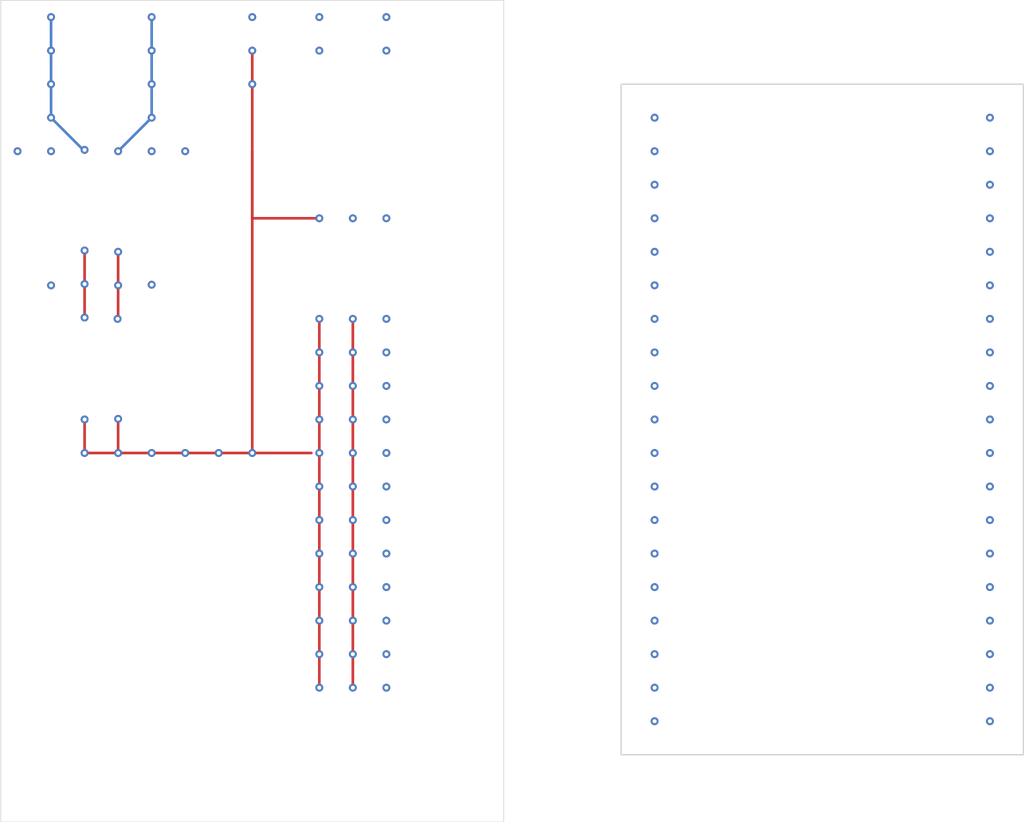
<source format=kicad_pcb>
(kicad_pcb
	(version 20241229)
	(generator "pcbnew")
	(generator_version "9.0")
	(general
		(thickness 1.6)
		(legacy_teardrops no)
	)
	(paper "A4")
	(layers
		(0 "F.Cu" signal)
		(2 "B.Cu" signal)
		(9 "F.Adhes" user "F.Adhesive")
		(11 "B.Adhes" user "B.Adhesive")
		(13 "F.Paste" user)
		(15 "B.Paste" user)
		(5 "F.SilkS" user "F.Silkscreen")
		(7 "B.SilkS" user "B.Silkscreen")
		(1 "F.Mask" user)
		(3 "B.Mask" user)
		(17 "Dwgs.User" user "User.Drawings")
		(19 "Cmts.User" user "User.Comments")
		(21 "Eco1.User" user "User.Eco1")
		(23 "Eco2.User" user "User.Eco2")
		(25 "Edge.Cuts" user)
		(27 "Margin" user)
		(31 "F.CrtYd" user "F.Courtyard")
		(29 "B.CrtYd" user "B.Courtyard")
		(35 "F.Fab" user)
		(33 "B.Fab" user)
		(39 "User.1" user)
		(41 "User.2" user)
		(43 "User.3" user)
		(45 "User.4" user)
	)
	(setup
		(pad_to_mask_clearance 0)
		(allow_soldermask_bridges_in_footprints no)
		(tenting front back)
		(pcbplotparams
			(layerselection 0x00000000_00000000_55555555_5755f5ff)
			(plot_on_all_layers_selection 0x00000000_00000000_00000000_00000000)
			(disableapertmacros no)
			(usegerberextensions no)
			(usegerberattributes yes)
			(usegerberadvancedattributes yes)
			(creategerberjobfile yes)
			(dashed_line_dash_ratio 12.000000)
			(dashed_line_gap_ratio 3.000000)
			(svgprecision 4)
			(plotframeref no)
			(mode 1)
			(useauxorigin no)
			(hpglpennumber 1)
			(hpglpenspeed 20)
			(hpglpendiameter 15.000000)
			(pdf_front_fp_property_popups yes)
			(pdf_back_fp_property_popups yes)
			(pdf_metadata yes)
			(pdf_single_document no)
			(dxfpolygonmode yes)
			(dxfimperialunits yes)
			(dxfusepcbnewfont yes)
			(psnegative no)
			(psa4output no)
			(plot_black_and_white yes)
			(plotinvisibletext no)
			(sketchpadsonfab no)
			(plotpadnumbers no)
			(hidednponfab no)
			(sketchdnponfab yes)
			(crossoutdnponfab yes)
			(subtractmaskfromsilk no)
			(outputformat 1)
			(mirror no)
			(drillshape 1)
			(scaleselection 1)
			(outputdirectory "")
		)
	)
	(net 0 "")
	(gr_line
		(start 127 71.12)
		(end 121.92 71.12)
		(stroke
			(width 0.1)
			(type default)
		)
		(layer "F.Paste")
		(uuid "09df62a3-0ff4-48fa-98ed-1eeb45892820")
	)
	(gr_line
		(start 134.62 71.12)
		(end 132.08 71.12)
		(stroke
			(width 0.1)
			(type default)
		)
		(layer "F.Paste")
		(uuid "2920f617-087c-40a2-be93-8187984297d3")
	)
	(gr_line
		(start 127 63.5)
		(end 127 71.12)
		(stroke
			(width 0.1)
			(type default)
		)
		(layer "F.Paste")
		(uuid "66d897fd-906f-4184-b647-ba86829ef31d")
	)
	(gr_line
		(start 132.08 71.12)
		(end 129.54 71.12)
		(stroke
			(width 0.1)
			(type default)
		)
		(layer "F.Paste")
		(uuid "7beddb0c-efda-4b05-8f2c-32d485622feb")
	)
	(gr_line
		(start 121.92 71.12)
		(end 121.92 63.5)
		(stroke
			(width 0.1)
			(type default)
		)
		(layer "F.Paste")
		(uuid "9443fc67-69ba-4af5-bc39-664704d607bd")
	)
	(gr_line
		(start 134.62 63.5)
		(end 134.62 71.12)
		(stroke
			(width 0.1)
			(type default)
		)
		(layer "F.Paste")
		(uuid "ed49e76c-a1fe-4059-8634-0ff9b59fd274")
	)
	(gr_line
		(start 129.54 71.12)
		(end 129.54 63.5)
		(stroke
			(width 0.1)
			(type default)
		)
		(layer "F.Paste")
		(uuid "fd12b861-9e87-47b1-8272-8688766e1933")
	)
	(gr_line
		(start 158.75 124.46)
		(end 158.75 62.23)
		(stroke
			(width 0.05)
			(type default)
		)
		(layer "Edge.Cuts")
		(uuid "103d388b-338f-4efb-99ff-2183bd681f5c")
	)
	(gr_line
		(start 120.65 62.23)
		(end 120.65 124.46)
		(stroke
			(width 0.05)
			(type default)
		)
		(layer "Edge.Cuts")
		(uuid "18d48939-0472-4d16-bb9c-8d33261deb48")
	)
	(gr_line
		(start 158.75 62.23)
		(end 120.65 62.23)
		(stroke
			(width 0.05)
			(type default)
		)
		(layer "Edge.Cuts")
		(uuid "22da4205-a500-4a58-885c-601dbfdbc919")
	)
	(gr_line
		(start 158.75 124.46)
		(end 120.65 124.46)
		(stroke
			(width 0.05)
			(type default)
		)
		(layer "Edge.Cuts")
		(uuid "2b65e003-9fb2-4f4a-a6f9-8d6adaa33b27")
	)
	(gr_line
		(start 167.64 68.58)
		(end 167.64 119.38)
		(stroke
			(width 0.1)
			(type solid)
		)
		(layer "Edge.Cuts")
		(uuid "3780c304-d65b-44cf-9500-3cb7559a7a84")
	)
	(gr_line
		(start 198.12 119.38)
		(end 198.12 68.58)
		(stroke
			(width 0.1)
			(type solid)
		)
		(layer "Edge.Cuts")
		(uuid "833b697f-0034-4778-8d50-bbcf3a978fd6")
	)
	(gr_line
		(start 167.64 119.38)
		(end 198.12 119.38)
		(stroke
			(width 0.1)
			(type solid)
		)
		(layer "Edge.Cuts")
		(uuid "9058d45a-e280-4d5a-a9fa-d01b45c70f8a")
	)
	(gr_line
		(start 167.64 68.58)
		(end 198.12 68.58)
		(stroke
			(width 0.1)
			(type solid)
		)
		(layer "Edge.Cuts")
		(uuid "b178784e-5e2c-4a73-8775-38951cc12147")
	)
	(gr_text "d"
		(at 147.32 78.74 0)
		(layer "F.Paste")
		(uuid "01141f1f-cbb6-49dc-9602-9c1e085599cf")
		(effects
			(font
				(size 1 1)
				(thickness 0.15)
			)
			(justify left bottom)
		)
	)
	(gr_text "adc1"
		(at 132.08 83.82 0)
		(layer "F.Paste")
		(uuid "032f3be7-4c5b-4e27-8f35-bf029feca922")
		(effects
			(font
				(size 1 1)
				(thickness 0.15)
			)
			(justify left bottom)
		)
	)
	(gr_text "sd0"
		(at 170.18 73.66 0)
		(layer "F.Paste")
		(uuid "09cac4e6-d602-4b54-831b-e276149af046")
		(effects
			(font
				(size 1 1)
				(thickness 0.15)
			)
			(justify left bottom)
		)
	)
	(gr_text "g0"
		(at 170.18 83.82 0)
		(layer "F.Paste")
		(uuid "0f0dd988-3022-4594-b23d-0754e4c0e891")
		(effects
			(font
				(size 1 1)
				(thickness 0.15)
			)
			(justify left bottom)
		)
	)
	(gr_text "s"
		(at 144.78 78.74 0)
		(layer "F.Paste")
		(uuid "118704b0-f3a3-4a6f-b06d-53ca3c151cb3")
		(effects
			(font
				(size 1 1)
				(thickness 0.15)
			)
			(justify left bottom)
		)
	)
	(gr_text "g"
		(at 149.86 78.74 0)
		(layer "F.Paste")
		(uuid "125a8dd7-e377-4418-bde8-3d0a1ffd66ec")
		(effects
			(font
				(size 1 1)
				(thickness 0.15)
			)
			(justify left bottom)
		)
	)
	(gr_text "4v"
		(at 144.78 63.5 0)
		(layer "F.Paste")
		(uuid "1276263a-1af7-43a8-874b-5e830c38f546")
		(effects
			(font
				(size 1 1)
				(thickness 0.15)
			)
			(justify left top)
		)
	)
	(gr_text "g26"
		(at 195.58 93.98 0)
		(layer "F.Paste")
		(uuid "16538076-5348-433e-a000-91346621c8d1")
		(effects
			(font
				(size 1 1)
				(thickness 0.15)
			)
			(justify right bottom)
		)
	)
	(gr_text "g23"
		(at 170.18 114.3 0)
		(layer "F.Paste")
		(uuid "22b49632-2479-4b70-befc-b4f2df12fea2")
		(effects
			(font
				(size 1 1)
				(thickness 0.15)
			)
			(justify left bottom)
		)
	)
	(gr_text "gnd"
		(at 195.58 83.82 0)
		(layer "F.Paste")
		(uuid "24c21045-7fb0-4fa3-9acf-974315747d83")
		(effects
			(font
				(size 1 1)
				(thickness 0.15)
			)
			(justify right bottom)
		)
	)
	(gr_text "sp"
		(at 195.58 111.76 0)
		(layer "F.Paste")
		(uuid "3674f48b-212d-4f1d-ab7f-dd50bce0e2d8")
		(effects
			(font
				(size 1 1)
				(thickness 0.15)
			)
			(justify right bottom)
		)
	)
	(gr_text "clk"
		(at 170.18 71.12 0)
		(layer "F.Paste")
		(uuid "3b64328c-bbb2-4893-ae4a-fa61d2e9ccd7")
		(effects
			(font
				(size 1 1)
				(thickness 0.15)
			)
			(justify left bottom)
		)
	)
	(gr_text "bulk+"
		(at 132.08 73.66 270)
		(layer "F.Paste")
		(uuid "3e004996-ae3c-44f6-818c-b3bc94ad7d19")
		(effects
			(font
				(size 1 1)
				(thickness 0.15)
			)
			(justify left bottom)
		)
	)
	(gr_text "gnd"
		(at 170.18 116.84 0)
		(layer "F.Paste")
		(uuid "407d4953-866f-4c33-b13c-5733a8b286c6")
		(effects
			(font
				(size 1 1)
				(thickness 0.15)
			)
			(justify left bottom)
		)
	)
	(gr_text "50k"
		(at 129.54 76.10036 270)
		(layer "F.Paste")
		(uuid "5094ae3f-fb55-4d13-bc64-53a19ff3a56b")
		(effects
			(font
				(size 1 1)
				(thickness 0.15)
			)
			(justify left)
		)
	)
	(gr_text "tx"
		(at 170.18 109.22 0)
		(layer "F.Paste")
		(uuid "510900c2-8863-445b-a961-da8af6af653e")
		(effects
			(font
				(size 1 1)
				(thickness 0.15)
			)
			(justify left bottom)
		)
	)
	(gr_text "g18"
		(at 170.18 96.52 0)
		(layer "F.Paste")
		(uuid "5145faa9-2cb0-4ffd-a53c-4b98e61df864")
		(effects
			(font
				(size 1 1)
				(thickness 0.15)
			)
			(justify left bottom)
		)
	)
	(gr_text "100k"
		(at 127 76.2 270)
		(layer "F.Paste")
		(uuid "56726214-ed58-40eb-a9c3-a1415fd2524d")
		(effects
			(font
				(size 1 1)
				(thickness 0.15)
			)
			(justify left)
		)
	)
	(gr_text "g34"
		(at 195.58 106.68 0)
		(layer "F.Paste")
		(uuid "57441217-b764-4f18-9fac-c611b3ebc55f")
		(effects
			(font
				(size 1 1)
				(thickness 0.15)
			)
			(justify right bottom)
		)
	)
	(gr_text "g15"
		(at 170.18 78.74 0)
		(layer "F.Paste")
		(uuid "58836943-701c-4992-b5fa-3641d6a137e2")
		(effects
			(font
				(size 1 1)
				(thickness 0.15)
			)
			(justify left bottom)
		)
	)
	(gr_text "g16"
		(at 170.18 88.9 0)
		(layer "F.Paste")
		(uuid "5abcb7d3-d9c0-4c01-abff-672b4fd90358")
		(effects
			(font
				(size 1 1)
				(thickness 0.15)
			)
			(justify left bottom)
		)
	)
	(gr_text "g27"
		(at 195.58 91.44 0)
		(layer "F.Paste")
		(uuid "5e5abbe5-f4ea-4ba8-89bc-66b2a9ab3420")
		(effects
			(font
				(size 1 1)
				(thickness 0.15)
			)
			(justify right bottom)
		)
	)
	(gr_text "g17"
		(at 170.18 91.44 0)
		(layer "F.Paste")
		(uuid "642e653b-77ce-455e-860b-0334a7ffa8e6")
		(effects
			(font
				(size 1 1)
				(thickness 0.15)
			)
			(justify left bottom)
		)
	)
	(gr_text "5v"
		(at 195.58 71.12 0)
		(layer "F.Paste")
		(uuid "64d2b0e9-ce94-4b6e-9eea-95754eae80f1")
		(effects
			(font
				(size 1 1)
				(thickness 0.15)
			)
			(justify right bottom)
		)
	)
	(gr_text "g2"
		(at 170.18 81.28 0)
		(layer "F.Paste")
		(uuid "67d9297e-2085-4839-9b81-dd8f9673d408")
		(effects
			(font
				(size 1 1)
				(thickness 0.15)
			)
			(justify left bottom)
		)
	)
	(gr_text "sn"
		(at 195.58 109.22 0)
		(layer "F.Paste")
		(uuid "68efbc62-90bd-4da5-adc7-2131cc4d4ca8")
		(effects
			(font
				(size 1 1)
				(thickness 0.15)
			)
			(justify right bottom)
		)
	)
	(gr_text "g5"
		(at 170.18 93.98 0)
		(layer "F.Paste")
		(uuid "6a7d1898-e81c-4a14-ad7d-cf117b0912f7")
		(effects
			(font
				(size 1 1)
				(thickness 0.15)
			)
			(justify left bottom)
		)
	)
	(gr_text "g13"
		(at 195.58 81.28 0)
		(layer "F.Paste")
		(uuid "6cd5e711-5b44-4fe6-ab76-c864c4aaadba")
		(effects
			(font
				(size 1 1)
				(thickness 0.15)
			)
			(justify right bottom)
		)
	)
	(gr_text "sd1"
		(at 170.18 76.2 0)
		(layer "F.Paste")
		(uuid "7065a13e-6194-40a0-9932-4832d43fd5e6")
		(effects
			(font
				(size 1 1)
				(thickness 0.15)
			)
			(justify left bottom)
		)
	)
	(gr_text "g4"
		(at 170.18 86.36 0)
		(layer "F.Paste")
		(uuid "7b4d53dd-d7f2-44db-a17b-7de9d7ce1ada")
		(effects
			(font
				(size 1 1)
				(thickness 0.15)
			)
			(justify left bottom)
		)
	)
	(gr_text "g35"
		(at 195.58 104.14 0)
		(layer "F.Paste")
		(uuid "7d6c9e88-c305-433b-b33a-fa31a4c5af30")
		(effects
			(font
				(size 1 1)
				(thickness 0.15)
			)
			(justify right bottom)
		)
	)
	(gr_text "GOOUUU-ESP32"
		(at 182.88 93.98 0)
		(layer "F.Paste")
		(uuid "894f9e1c-4b1a-4a69-b836-14b9d26ae642")
		(effects
			(font
				(size 1 1)
				(thickness 0.15)
			)
		)
	)
	(gr_text "8v"
		(at 149.86 63.5 0)
		(layer "F.Paste")
		(uuid "89528ff7-7a78-4898-a582-66ab82990040")
		(effects
			(font
				(size 1 1)
				(thickness 0.15)
			)
			(justify left top)
		)
	)
	(gr_text "0v"
		(at 139.7 63.5 0)
		(layer "F.Paste")
		(uuid "8ebd56ab-6e18-4918-afd6-682e5de45701")
		(effects
			(font
				(size 1 1)
				(thickness 0.15)
			)
			(justify left top)
		)
	)
	(gr_text "cmd"
		(at 195.58 73.66 0)
		(layer "F.Paste")
		(uuid "910fecae-e4eb-47c8-a09f-d2143ff769e1")
		(effects
			(font
				(size 1 1)
				(thickness 0.15)
			)
			(justify right bottom)
		)
	)
	(gr_text "g33"
		(at 195.58 99.06 0)
		(layer "F.Paste")
		(uuid "9a1c5a81-31fc-449a-a218-53cfa88da1bd")
		(effects
			(font
				(size 1 1)
				(thickness 0.15)
			)
			(justify right bottom)
		)
	)
	(gr_text "g19"
		(at 170.18 99.06 0)
		(layer "F.Paste")
		(uuid "9ee6ff21-ba89-464d-bc48-ee0074d93209")
		(effects
			(font
				(size 1 1)
				(thickness 0.15)
			)
			(justify left bottom)
		)
	)
	(gr_text "100k"
		(at 129.54 88.80036 270)
		(layer "F.Paste")
		(uuid "9ef5f779-1862-47b3-90e5-73e8a897efe6")
		(effects
			(font
				(size 1 1)
				(thickness 0.15)
			)
			(justify left)
		)
	)
	(gr_text "adc2"
		(at 124.46 83.82 0)
		(layer "F.Paste")
		(uuid "a44ee187-1f74-4fe9-b3f8-1e6c9da9c61f")
		(effects
			(font
				(size 1 1)
				(thickness 0.15)
			)
			(justify right bottom)
		)
	)
	(gr_text "4v"
		(at 132.08 63.5 0)
		(layer "F.Paste")
		(uuid "b4f9cc66-c785-4e27-94c7-5099addccf93")
		(effects
			(font
				(size 1 1)
				(thickness 0.15)
			)
			(justify left top)
		)
	)
	(gr_text "3v3"
		(at 195.58 116.84 0)
		(layer "F.Paste")
		(uuid "b76a7924-a634-490c-bac9-5f8d8ca93d5b")
		(effects
			(font
				(size 1 1)
				(thickness 0.15)
			)
			(justify right bottom)
		)
	)
	(gr_text "gnd"
		(at 127 96.52 270)
		(layer "F.Paste")
		(uuid "bb46d4c1-cd34-4614-bac1-9832d0083af4")
		(effects
			(font
				(size 1 1)
				(thickness 0.15)
			)
			(justify left bottom)
		)
	)
	(gr_text "50k"
		(at 127 88.9 270)
		(layer "F.Paste")
		(uuid "bbe26c33-3996-4308-b726-a66197e58644")
		(effects
			(font
				(size 1 1)
				(thickness 0.15)
			)
			(justify left)
		)
	)
	(gr_text "g14"
		(at 195.58 88.9 0)
		(layer "F.Paste")
		(uuid "c068186f-8bd4-41be-b794-1c74d4b2d559")
		(effects
			(font
				(size 1 1)
				(thickness 0.15)
			)
			(justify right bottom)
		)
	)
	(gr_text "gnd"
		(at 170.18 101.6 0)
		(layer "F.Paste")
		(uuid "c0cb2721-d394-4c04-9afc-d47494591b77")
		(effects
			(font
				(size 1 1)
				(thickness 0.15)
			)
			(justify left bottom)
		)
	)
	(gr_text "g12"
		(at 195.58 86.36 0)
		(layer "F.Paste")
		(uuid "c32aa687-debd-407f-b048-c6d1540a5c16")
		(effects
			(font
				(size 1 1)
				(thickness 0.15)
			)
			(justify right bottom)
		)
	)
	(gr_text "g21"
		(at 170.18 104.14 0)
		(layer "F.Paste")
		(uuid "c346eaa5-aeb8-46b8-b968-b4bbe8976242")
		(effects
			(font
				(size 1 1)
				(thickness 0.15)
			)
			(justify left bottom)
		)
	)
	(gr_text "8v"
		(at 124.46 63.5 0)
		(layer "F.Paste")
		(uuid "c980708f-cbf4-49e3-b1bc-47d8c05f8270")
		(effects
			(font
				(size 1 1)
				(thickness 0.15)
			)
			(justify left top)
		)
	)
	(gr_text "sd3"
		(at 195.58 76.2 0)
		(layer "F.Paste")
		(uuid "ce0c5022-3b22-457d-a792-e1eb8fd15307")
		(effects
			(font
				(size 1 1)
				(thickness 0.15)
			)
			(justify right bottom)
		)
	)
	(gr_text "bulk-"
		(at 124.46 73.66 270)
		(layer "F.Paste")
		(uuid "d3e65eda-508b-4ced-be7f-a384fd115306")
		(effects
			(font
				(size 1 1)
				(thickness 0.15)
			)
			(justify left bottom)
		)
	)
	(gr_text "sd2"
		(at 195.58 78.74 0)
		(layer "F.Paste")
		(uuid "d8ea43b2-90c8-4a02-b480-05b8e6f2e464")
		(effects
			(font
				(size 1 1)
				(thickness 0.15)
			)
			(justify right bottom)
		)
	)
	(gr_text "g32"
		(at 195.58 101.6 0)
		(layer "F.Paste")
		(uuid "e5f71d29-a3fc-4b34-ab31-fbbb4aa14329")
		(effects
			(font
				(size 1 1)
				(thickness 0.15)
			)
			(justify right bottom)
		)
	)
	(gr_text "g22"
		(at 170.18 111.76 0)
		(layer "F.Paste")
		(uuid "e8ff7c07-53d2-4333-9174-040ed47b1283")
		(effects
			(font
				(size 1 1)
				(thickness 0.15)
			)
			(justify left bottom)
		)
	)
	(gr_text "en"
		(at 195.58 114.3 0)
		(layer "F.Paste")
		(uuid "ec0e50df-8a82-40ca-879c-3c7a7a1d9c3b")
		(effects
			(font
				(size 1 1)
				(thickness 0.15)
			)
			(justify right bottom)
		)
	)
	(gr_text "g25"
		(at 195.58 96.52 0)
		(layer "F.Paste")
		(uuid "fb94649e-9714-48fc-818d-e7dd7d5e3cfd")
		(effects
			(font
				(size 1 1)
				(thickness 0.15)
			)
			(justify right bottom)
		)
	)
	(gr_text "rx"
		(at 170.18 106.68 0)
		(layer "F.Paste")
		(uuid "fedbe36f-bf9a-446c-bdc1-76790d568aea")
		(effects
			(font
				(size 1 1)
				(thickness 0.15)
			)
			(justify left bottom)
		)
	)
	(segment
		(start 127 96.52)
		(end 129.54 96.52)
		(width 0.2)
		(layer "F.Cu")
		(net 0)
		(uuid "0adecf3b-0f19-4619-a1fa-40f5f7c41b31")
	)
	(segment
		(start 139.7 96.52)
		(end 132.08 96.52)
		(width 0.2)
		(layer "F.Cu")
		(net 0)
		(uuid "1223cabd-ae7a-46f8-a93b-36a20d5a3a63")
	)
	(segment
		(start 129.54 81.28)
		(end 129.54 86.318186)
		(width 0.2)
		(layer "F.Cu")
		(net 0)
		(uuid "1fd52ab8-cc27-492c-8695-84964ff5cd53")
	)
	(segment
		(start 139.7 96.52)
		(end 139.7 73.66)
		(width 0.2)
		(layer "F.Cu")
		(net 0)
		(uuid "2323439a-1931-4e02-a5a3-c0a655e186e5")
	)
	(segment
		(start 139.7 96.52)
		(end 144.179 96.52)
		(width 0.2)
		(layer "F.Cu")
		(net 0)
		(uuid "2525a557-15bf-47cf-af26-f15996d9b5f2")
	)
	(segment
		(start 129.54 96.52)
		(end 132.08 96.52)
		(width 0.2)
		(layer "F.Cu")
		(net 0)
		(uuid "3fe4c8e2-ed33-4804-ad9e-3c36996a7e69")
	)
	(segment
		(start 144.78 96.52)
		(end 144.58 96.52)
		(width 0.2)
		(layer "F.Cu")
		(net 0)
		(uuid "6ce239e8-42db-4ffd-b632-1185b4c141ab")
	)
	(segment
		(start 129.54 86.318186)
		(end 129.498186 86.36)
		(width 0.2)
		(layer "F.Cu")
		(net 0)
		(uuid "6d81ef17-de78-4dd6-8251-3511677cb55c")
	)
	(segment
		(start 129.54 93.936213)
		(end 129.54 96.52)
		(width 0.2)
		(layer "F.Cu")
		(net 0)
		(uuid "72dce3ce-daa8-4191-9035-422d0e9818f4")
	)
	(segment
		(start 139.7 73.66)
		(end 139.7 66.04)
		(width 0.2)
		(layer "F.Cu")
		(net 0)
		(uuid "94eda5d1-7bf8-4157-954e-843d7abd9b49")
	)
	(segment
		(start 144.78 86.36)
		(end 144.78 114.3)
		(width 0.2)
		(layer "F.Cu")
		(net 0)
		(uuid "9c0d5683-2aaf-4e28-9172-9acc3b387d32")
	)
	(segment
		(start 139.7 78.74)
		(end 139.7 73.66)
		(width 0.2)
		(layer "F.Cu")
		(net 0)
		(uuid "9f85b3da-3873-48f7-9d15-4a2c4f5c82b6")
	)
	(segment
		(start 144.78 78.74)
		(end 139.7 78.74)
		(width 0.2)
		(layer "F.Cu")
		(net 0)
		(uuid "a984af01-ac89-40eb-9f3c-2c281c2d7e2f")
	)
	(segment
		(start 127 93.98)
		(end 127 96.52)
		(width 0.2)
		(layer "F.Cu")
		(net 0)
		(uuid "b3bf6799-a549-4b63-a85c-7207548a1747")
	)
	(segment
		(start 127 86.26036)
		(end 127 81.18036)
		(width 0.2)
		(layer "F.Cu")
		(net 0)
		(uuid "cf19f56f-79ce-434e-a8a8-5522b122f4c4")
	)
	(segment
		(start 147.32 86.36)
		(end 147.32 114.3)
		(width 0.2)
		(layer "F.Cu")
		(net 0)
		(uuid "e56004ac-f683-433e-a6ac-f01888e9ec1c")
	)
	(via
		(at 134.62 73.66)
		(size 0.6)
		(drill 0.3)
		(layers "F.Cu" "B.Cu")
		(net 0)
		(uuid "02243090-513f-42a5-aaec-a8756f5b863e")
	)
	(via
		(at 170.18 114.3)
		(size 0.6)
		(drill 0.3)
		(layers "F.Cu" "B.Cu")
		(net 0)
		(uuid "0312fe5e-9d99-469c-acef-2f54e91102db")
	)
	(via
		(at 170.18 78.74)
		(size 0.6)
		(drill 0.3)
		(layers "F.Cu" "B.Cu")
		(net 0)
		(uuid "057c9c12-2d7f-42f0-bbb6-d4237742af87")
	)
	(via
		(at 195.58 91.44)
		(size 0.6)
		(drill 0.3)
		(layers "F.Cu" "B.Cu")
		(net 0)
		(uuid "06487121-6d1b-4100-95b5-8cb5ac6c006e")
	)
	(via
		(at 147.32 96.52)
		(size 0.6)
		(drill 0.3)
		(layers "F.Cu" "B.Cu")
		(net 0)
		(uuid "0707ae40-9591-421c-86f6-c816020bc138")
	)
	(via
		(at 127 73.56036)
		(size 0.6)
		(drill 0.3)
		(layers "F.Cu" "B.Cu")
		(net 0)
		(uuid "0714ec59-5fa6-44f5-bc73-4a7012d79ae0")
	)
	(via
		(at 195.58 93.98)
		(size 0.6)
		(drill 0.3)
		(layers "F.Cu" "B.Cu")
		(net 0)
		(uuid "0a4a00ab-f2a2-41dd-a734-dce47a45e245")
	)
	(via
		(at 129.498186 86.36)
		(size 0.6)
		(drill 0.3)
		(layers "F.Cu" "B.Cu")
		(net 0)
		(uuid "0b817134-8487-48fe-9249-fc212d293968")
	)
	(via
		(at 139.7 96.52)
		(size 0.6)
		(drill 0.3)
		(layers "F.Cu" "B.Cu")
		(net 0)
		(uuid "0d9d511c-e55e-4b88-8435-bf608fe90826")
	)
	(via
		(at 195.58 101.6)
		(size 0.6)
		(drill 0.3)
		(layers "F.Cu" "B.Cu")
		(net 0)
		(uuid "1451a882-0cd4-4912-9614-6c2f898d2c6e")
	)
	(via
		(at 147.32 78.74)
		(size 0.6)
		(drill 0.3)
		(layers "F.Cu" "B.Cu")
		(net 0)
		(uuid "14c4a1e5-26f8-492c-aac5-e82655a2b033")
	)
	(via
		(at 149.86 101.6)
		(size 0.6)
		(drill 0.3)
		(layers "F.Cu" "B.Cu")
		(net 0)
		(uuid "179ab69e-4e99-4213-a3a1-1b2961652a02")
	)
	(via
		(at 195.58 86.36)
		(size 0.6)
		(drill 0.3)
		(layers "F.Cu" "B.Cu")
		(net 0)
		(uuid "1801befd-3846-4bd9-a247-c44915ac3690")
	)
	(via
		(at 170.18 109.22)
		(size 0.6)
		(drill 0.3)
		(layers "F.Cu" "B.Cu")
		(net 0)
		(uuid "197f883f-849c-4bf8-ad4b-866245ec7b26")
	)
	(via
		(at 147.32 114.3)
		(size 0.6)
		(drill 0.3)
		(layers "F.Cu" "B.Cu")
		(net 0)
		(uuid "1f93b1bd-71fc-43f5-b3c1-5698b6e003c0")
	)
	(via
		(at 124.46 66.04)
		(size 0.6)
		(drill 0.3)
		(layers "F.Cu" "B.Cu")
		(net 0)
		(uuid "2450128c-1f00-4deb-bc2c-ccf17809c4e6")
	)
	(via
		(at 149.86 96.52)
		(size 0.6)
		(drill 0.3)
		(layers "F.Cu" "B.Cu")
		(net 0)
		(uuid "247b1a8b-2253-4de3-a7f3-4837b693d483")
	)
	(via
		(at 144.78 78.74)
		(size 0.6)
		(drill 0.3)
		(layers "F.Cu" "B.Cu")
		(net 0)
		(uuid "273817ce-ea15-466f-b271-f162de307bb1")
	)
	(via
		(at 195.58 76.2)
		(size 0.6)
		(drill 0.3)
		(layers "F.Cu" "B.Cu")
		(net 0)
		(uuid "274213c5-125f-440b-a790-b06eb8bfe7e6")
	)
	(via
		(at 144.78 101.6)
		(size 0.6)
		(drill 0.3)
		(layers "F.Cu" "B.Cu")
		(net 0)
		(uuid "28d28455-eeb5-455f-973d-b33f65866235")
	)
	(via
		(at 124.46 83.82)
		(size 0.6)
		(drill 0.3)
		(layers "F.Cu" "B.Cu")
		(net 0)
		(uuid "31deee1d-ffb0-40ea-9889-49ee9236200a")
	)
	(via
		(at 149.86 93.98)
		(size 0.6)
		(drill 0.3)
		(layers "F.Cu" "B.Cu")
		(net 0)
		(uuid "328e88be-c8a0-4a5b-904f-d723b24200c1")
	)
	(via
		(at 170.18 96.52)
		(size 0.6)
		(drill 0.3)
		(layers "F.Cu" "B.Cu")
		(net 0)
		(uuid "35dbeeab-d06b-497c-993e-90439e3d16d7")
	)
	(via
		(at 170.18 101.6)
		(size 0.6)
		(drill 0.3)
		(layers "F.Cu" "B.Cu")
		(net 0)
		(uuid "36c71f7b-4287-41ae-86e2-3190cc327966")
	)
	(via
		(at 149.86 109.22)
		(size 0.6)
		(drill 0.3)
		(layers "F.Cu" "B.Cu")
		(net 0)
		(uuid "397c646d-0c42-41cf-96f1-c03bd1263b61")
	)
	(via
		(at 132.08 96.52)
		(size 0.6)
		(drill 0.3)
		(layers "F.Cu" "B.Cu")
		(net 0)
		(uuid "39998085-be03-49de-9233-7349c0bf1612")
	)
	(via
		(at 195.58 114.3)
		(size 0.6)
		(drill 0.3)
		(layers "F.Cu" "B.Cu")
		(net 0)
		(uuid "3aa7b4c2-93a5-456c-96de-a8353f4f3676")
	)
	(via
		(at 195.58 99.06)
		(size 0.6)
		(drill 0.3)
		(layers "F.Cu" "B.Cu")
		(net 0)
		(uuid "3ab5d6b7-2fee-4d5c-9a37-983eeed03b1e")
	)
	(via
		(at 124.46 63.5)
		(size 0.6)
		(drill 0.3)
		(layers "F.Cu" "B.Cu")
		(net 0)
		(uuid "3c664526-37c3-4cd2-b392-8b207985838b")
	)
	(via
		(at 149.86 66.04)
		(size 0.6)
		(drill 0.3)
		(layers "F.Cu" "B.Cu")
		(net 0)
		(uuid "3ffa4a96-04bc-403b-a694-b822493201f2")
	)
	(via
		(at 129.54 83.82)
		(size 0.6)
		(drill 0.3)
		(layers "F.Cu" "B.Cu")
		(net 0)
		(uuid "40761718-df0d-410e-a4fa-95ce6e375c99")
	)
	(via
		(at 121.92 73.66)
		(size 0.6)
		(drill 0.3)
		(layers "F.Cu" "B.Cu")
		(net 0)
		(uuid "42a6e9e7-e4c3-4276-ad90-bf2261746e58")
	)
	(via
		(at 147.32 111.76)
		(size 0.6)
		(drill 0.3)
		(layers "F.Cu" "B.Cu")
		(net 0)
		(uuid "430d59c9-cd09-47f7-a17a-85b6ecdd09dd")
	)
	(via
		(at 132.08 73.66)
		(size 0.6)
		(drill 0.3)
		(layers "F.Cu" "B.Cu")
		(net 0)
		(uuid "45927048-abff-4f98-be90-b0bd0f109a7c")
	)
	(via
		(at 170.18 104.14)
		(size 0.6)
		(drill 0.3)
		(layers "F.Cu" "B.Cu")
		(net 0)
		(uuid "45ab7e11-ed9a-4434-a0f7-77bed190b2fb")
	)
	(via
		(at 144.78 63.5)
		(size 0.6)
		(drill 0.3)
		(layers "F.Cu" "B.Cu")
		(net 0)
		(uuid "482fda32-d127-4f93-a5a6-9ed025658e8c")
	)
	(via
		(at 127 81.18036)
		(size 0.6)
		(drill 0.3)
		(layers "F.Cu" "B.Cu")
		(net 0)
		(uuid "486063e3-b66e-46ba-88bd-a5949b159e76")
	)
	(via
		(at 147.32 106.68)
		(size 0.6)
		(drill 0.3)
		(layers "F.Cu" "B.Cu")
		(net 0)
		(uuid "4976569b-3f2d-426e-a0e9-0a313b86c5d9")
	)
	(via
		(at 170.18 83.82)
		(size 0.6)
		(drill 0.3)
		(layers "F.Cu" "B.Cu")
		(net 0)
		(uuid "4b5c4813-ccde-409f-b93a-740982f04f6c")
	)
	(via
		(at 195.58 104.14)
		(size 0.6)
		(drill 0.3)
		(layers "F.Cu" "B.Cu")
		(net 0)
		(uuid "4e59dd50-8ce1-4a48-a692-358555c0bf87")
	)
	(via
		(at 147.32 101.6)
		(size 0.6)
		(drill 0.3)
		(layers "F.Cu" "B.Cu")
		(net 0)
		(uuid "50ef46c4-52e6-40f3-8337-b74c1d444f78")
	)
	(via
		(at 134.62 96.52)
		(size 0.6)
		(drill 0.3)
		(layers "F.Cu" "B.Cu")
		(net 0)
		(uuid "520579db-9bb6-4c7b-a2ba-cf117c6cdf10")
	)
	(via
		(at 124.46 68.58)
		(size 0.6)
		(drill 0.3)
		(layers "F.Cu" "B.Cu")
		(net 0)
		(uuid "522e9ae1-0bb4-4cf5-97ab-19727c5af698")
	)
	(via
		(at 144.78 104.14)
		(size 0.6)
		(drill 0.3)
		(layers "F.Cu" "B.Cu")
		(net 0)
		(uuid "54b03cd0-a0f7-412d-a5a4-1aef3713d75b")
	)
	(via
		(at 195.58 109.22)
		(size 0.6)
		(drill 0.3)
		(layers "F.Cu" "B.Cu")
		(net 0)
		(uuid "54f087e1-7599-4c2e-97ce-c95845f64bcc")
	)
	(via
		(at 195.58 83.82)
		(size 0.6)
		(drill 0.3)
		(layers "F.Cu" "B.Cu")
		(net 0)
		(uuid "57253708-6d37-483f-8639-07b36e79d251")
	)
	(via
		(at 170.18 76.2)
		(size 0.6)
		(drill 0.3)
		(layers "F.Cu" "B.Cu")
		(net 0)
		(uuid "596da0e7-e413-4517-b961-02be71d93fb6")
	)
	(via
		(at 147.32 88.9)
		(size 0.6)
		(drill 0.3)
		(layers "F.Cu" "B.Cu")
		(net 0)
		(uuid "5b2f4a86-55d2-4956-820f-7f73ab42d6d3")
	)
	(via
		(at 144.78 114.3)
		(size 0.6)
		(drill 0.3)
		(layers "F.Cu" "B.Cu")
		(net 0)
		(uuid "5c2b56ca-a84c-46c6-b395-69ac9f565961")
	)
	(via
		(at 147.32 99.06)
		(size 0.6)
		(drill 0.3)
		(layers "F.Cu" "B.Cu")
		(net 0)
		(uuid "5f19a9ac-8357-4adc-bc26-fdcae11e56b9")
	)
	(via
		(at 144.78 99.06)
		(size 0.6)
		(drill 0.3)
		(layers "F.Cu" "B.Cu")
		(net 0)
		(uuid "5f3310de-bb6a-428d-927c-e23c4eedf7df")
	)
	(via
		(at 195.58 88.9)
		(size 0.6)
		(drill 0.3)
		(layers "F.Cu" "B.Cu")
		(net 0)
		(uuid "625faca0-4f3e-4dc7-b28c-2ec86f1fdfd4")
	)
	(via
		(at 132.08 83.772154)
		(size 0.6)
		(drill 0.3)
		(layers "F.Cu" "B.Cu")
		(net 0)
		(uuid "64646f85-4091-4041-b6bb-affebf5b35d9")
	)
	(via
		(at 129.54 96.52)
		(size 0.6)
		(drill 0.3)
		(layers "F.Cu" "B.Cu")
		(net 0)
		(uuid "69153f23-d7a8-41ac-a859-83cbfe6d4257")
	)
	(via
		(at 149.86 111.76)
		(size 0.6)
		(drill 0.3)
		(layers "F.Cu" "B.Cu")
		(net 0)
		(uuid "6dc2b9ac-6bc3-4b12-929e-0501020e7fd9")
	)
	(via
		(at 144.78 86.36)
		(size 0.6)
		(drill 0.3)
		(layers "F.Cu" "B.Cu")
		(net 0)
		(uuid "6e4f12d9-6114-4170-a4bd-c14b3308ad4a")
	)
	(via
		(at 170.18 111.76)
		(size 0.6)
		(drill 0.3)
		(layers "F.Cu" "B.Cu")
		(net 0)
		(uuid "6e9fdf26-6309-48b7-a05a-28f4b046e32b")
	)
	(via
		(at 170.18 116.84)
		(size 0.6)
		(drill 0.3)
		(layers "F.Cu" "B.Cu")
		(net 0)
		(uuid "6efa3da7-8fb8-4a3d-8e9a-bd6d95f4c5ab")
	)
	(via
		(at 127 86.26036)
		(size 0.6)
		(drill 0.3)
		(layers "F.Cu" "B.Cu")
		(net 0)
		(uuid "6f1c14ba-c34b-496a-8609-db6839453867")
	)
	(via
		(at 195.58 73.66)
		(size 0.6)
		(drill 0.3)
		(layers "F.Cu" "B.Cu")
		(net 0)
		(uuid "6fe27582-dbbe-41cb-be5d-426bf721cbef")
	)
	(via
		(at 139.7 66.04)
		(size 0.6)
		(drill 0.3)
		(layers "F.Cu" "B.Cu")
		(net 0)
		(uuid "7061772c-c6de-4fef-be47-56ebc1ed8ccb")
	)
	(via
		(at 139.7 68.58)
		(size 0.6)
		(drill 0.3)
		(layers "F.Cu" "B.Cu")
		(net 0)
		(uuid "71c71612-abdd-4df2-b151-9bca434704e5")
	)
	(via
		(at 129.54 93.936213)
		(size 0.6)
		(drill 0.3)
		(layers "F.Cu" "B.Cu")
		(net 0)
		(uuid "72d6bd0c-d2b4-4c18-84b4-20fb22c156ba")
	)
	(via
		(at 149.86 91.44)
		(size 0.6)
		(drill 0.3)
		(layers "F.Cu" "B.Cu")
		(net 0)
		(uuid "739d1479-e96c-4b21-a8a8-153e45983f5a")
	)
	(via
		(at 137.16 96.52)
		(size 0.6)
		(drill 0.3)
		(layers "F.Cu" "B.Cu")
		(net 0)
		(uuid "7b1f1a66-01b3-4620-8444-9ca66797c3a6")
	)
	(via
		(at 144.78 96.52)
		(size 0.6)
		(drill 0.3)
		(layers "F.Cu" "B.Cu")
		(net 0)
		(uuid "7f7c06c5-9c89-4668-acd3-7811931081ab")
	)
	(via
		(at 149.86 114.3)
		(size 0.6)
		(drill 0.3)
		(layers "F.Cu" "B.Cu")
		(net 0)
		(uuid "82c5ed41-5000-47d7-8988-7a1971c482bb")
	)
	(via
		(at 129.54 81.28)
		(size 0.6)
		(drill 0.3)
		(layers "F.Cu" "B.Cu")
		(net 0)
		(uuid "834a33cf-3e3c-4575-9c2f-32383b8485c8")
	)
	(via
		(at 124.46 73.66)
		(size 0.6)
		(drill 0.3)
		(layers "F.Cu" "B.Cu")
		(net 0)
		(uuid "83ecfcb8-5fdc-4472-8616-cc5c74800290")
	)
	(via
		(at 147.32 86.36)
		(size 0.6)
		(drill 0.3)
		(layers "F.Cu" "B.Cu")
		(net 0)
		(uuid "83fcccb8-b1ff-4f8e-8c77-9542fb48a242")
	)
	(via
		(at 170.18 81.28)
		(size 0.6)
		(drill 0.3)
		(layers "F.Cu" "B.Cu")
		(net 0)
		(uuid "86e95589-6a86-46cd-86a8-284291fc2ed5")
	)
	(via
		(at 170.18 91.44)
		(size 0.6)
		(drill 0.3)
		(layers "F.Cu" "B.Cu")
		(net 0)
		(uuid "88c3fdc8-4996-4781-ad57-2b0921822f10")
	)
	(via
		(at 149.86 104.14)
		(size 0.6)
		(drill 0.3)
		(layers "F.Cu" "B.Cu")
		(net 0)
		(uuid "8dd068df-1ed9-4327-89be-ea4703f5d5a1")
	)
	(via
		(at 149.86 78.74)
		(size 0.6)
		(drill 0.3)
		(layers "F.Cu" "B.Cu")
		(net 0)
		(uuid "92a210b4-f10f-4cd5-b535-cb6e86d001b0")
	)
	(via
		(at 127 83.72036)
		(size 0.6)
		(drill 0.3)
		(layers "F.Cu" "B.Cu")
		(net 0)
		(uuid "94c42b08-3e52-4343-a6ad-15583df412d4")
	)
	(via
		(at 170.18 99.06)
		(size 0.6)
		(drill 0.3)
		(layers "F.Cu" "B.Cu")
		(net 0)
		(uuid "97150c04-7c9e-4edc-a677-3acb1818f5b8")
	)
	(via
		(at 149.86 88.9)
		(size 0.6)
		(drill 0.3)
		(layers "F.Cu" "B.Cu")
		(net 0)
		(uuid "97282293-e08d-4f80-b252-05c8266d089e")
	)
	(via
		(at 195.58 81.28)
		(size 0.6)
		(drill 0.3)
		(layers "F.Cu" "B.Cu")
		(net 0)
		(uuid "9c98e77c-8372-48ae-adf4-5cfcde61d3c0")
	)
	(via
		(at 144.78 109.22)
		(size 0.6)
		(drill 0.3)
		(layers "F.Cu" "B.Cu")
		(net 0)
		(uuid "9d7ab005-d860-4f46-8ec6-a1222b00f3b1")
	)
	(via
		(at 139.7 63.5)
		(size 0.6)
		(drill 0.3)
		(layers "F.Cu" "B.Cu")
		(net 0)
		(uuid "a3192ecc-649d-489e-a1ba-8f08d28c2ab8")
	)
	(via
		(at 170.18 88.9)
		(size 0.6)
		(drill 0.3)
		(layers "F.Cu" "B.Cu")
		(net 0)
		(uuid "a36546cc-a63d-4790-a33e-b8503847c0fd")
	)
	(via
		(at 149.86 63.5)
		(size 0.6)
		(drill 0.3)
		(layers "F.Cu" "B.Cu")
		(net 0)
		(uuid "a3b8c4a1-6414-4705-8296-6fd57a65eb95")
	)
	(via
		(at 195.58 111.76)
		(size 0.6)
		(drill 0.3)
		(layers "F.Cu" "B.Cu")
		(net 0)
		(uuid "ab3efd7a-7989-43b3-bc7d-d187835946dd")
	)
	(via
		(at 144.78 93.98)
		(size 0.6)
		(drill 0.3)
		(layers "F.Cu" "B.Cu")
		(net 0)
		(uuid "acf74a9e-1835-44c3-a3a9-0f30fdaa2bed")
	)
	(via
		(at 147.32 104.14)
		(size 0.6)
		(drill 0.3)
		(layers "F.Cu" "B.Cu")
		(net 0)
		(uuid "aef106b5-8969-42b0-826f-24e74c6718cb")
	)
	(via
		(at 195.58 71.12)
		(size 0.6)
		(drill 0.3)
		(layers "F.Cu" "B.Cu")
		(net 0)
		(uuid "b0941711-0c5b-4995-812d-8bedec4a74f8")
	)
	(via
		(at 129.54 73.66)
		(size 0.6)
		(drill 0.3)
		(layers "F.Cu" "B.Cu")
		(net 0)
		(uuid "b2dd345f-74fb-4e05-aadd-13c578e18cf5")
	)
	(via
		(at 170.18 73.66)
		(size 0.6)
		(drill 0.3)
		(layers "F.Cu" "B.Cu")
		(net 0)
		(uuid "b85402e3-6b09-46f8-958d-c0b30ef501a1")
	)
	(via
		(at 195.58 106.68)
		(size 0.6)
		(drill 0.3)
		(layers "F.Cu" "B.Cu")
		(net 0)
		(uuid "badc2df3-63c4-45fc-b857-df0d622ff9fe")
	)
	(via
		(at 132.08 63.5)
		(size 0.6)
		(drill 0.3)
		(layers "F.Cu" "B.Cu")
		(net 0)
		(uuid "c0ec4f0b-1df5-4594-8e4d-2ce8779dbf7f")
	)
	(via
		(at 144.78 91.44)
		(size 0.6)
		(drill 0.3)
		(layers "F.Cu" "B.Cu")
		(net 0)
		(uuid "c34d6f52-ef16-4247-b965-e5a9a61a3980")
	)
	(via
		(at 144.78 106.68)
		(size 0.6)
		(drill 0.3)
		(layers "F.Cu" "B.Cu")
		(net 0)
		(uuid "c40281d8-2a97-4427-ac77-33b8214c3b65")
	)
	(via
		(at 144.78 111.76)
		(size 0.6)
		(drill 0.3)
		(layers "F.Cu" "B.Cu")
		(net 0)
		(uuid "ce170d04-313b-428a-b16e-745a770977d7")
	)
	(via
		(at 124.46 71.12)
		(size 0.6)
		(drill 0.3)
		(layers "F.Cu" "B.Cu")
		(net 0)
		(uuid "ce5bd194-f638-446b-a33d-edc426333224")
	)
	(via
		(at 195.58 96.52)
		(size 0.6)
		(drill 0.3)
		(layers "F.Cu" "B.Cu")
		(net 0)
		(uuid "da23592f-874d-49e0-a6b7-32769966cf61")
	)
	(via
		(at 170.18 86.36)
		(size 0.6)
		(drill 0.3)
		(layers "F.Cu" "B.Cu")
		(net 0)
		(uuid "dc032370-8c38-423d-aecf-a6ee0b54cffc")
	)
	(via
		(at 147.32 93.98)
		(size 0.6)
		(drill 0.3)
		(layers "F.Cu" "B.Cu")
		(net 0)
		(uuid "de4867a1-aae2-4369-a84a-6d630b8e923b")
	)
	(via
		(at 149.86 99.06)
		(size 0.6)
		(drill 0.3)
		(layers "F.Cu" "B.Cu")
		(net 0)
		(uuid "e2fab3a6-bc1a-4f91-9251-d4b2791b6468")
	)
	(via
		(at 147.32 91.44)
		(size 0.6)
		(drill 0.3)
		(layers "F.Cu" "B.Cu")
		(net 0)
		(uuid "e356158a-fa06-4d29-8e89-d9b4f801f3a8")
	)
	(via
		(at 127 96.52)
		(size 0.6)
		(drill 0.3)
		(layers "F.Cu" "B.Cu")
		(net 0)
		(uuid "e60458c8-73e9-41e2-9b13-cd37a62560ac")
	)
	(via
		(at 147.32 109.22)
		(size 0.6)
		(drill 0.3)
		(layers "F.Cu" "B.Cu")
		(net 0)
		(uuid "e7c6870b-1b81-4789-8b23-e806cd2b03c9")
	)
	(via
		(at 144.78 88.9)
		(size 0.6)
		(drill 0.3)
		(layers "F.Cu" "B.Cu")
		(net 0)
		(uuid "e8709912-0581-4a5f-99ae-63a1e982259c")
	)
	(via
		(at 127 93.98)
		(size 0.6)
		(drill 0.3)
		(layers "F.Cu" "B.Cu")
		(net 0)
		(uuid "e9f7cab9-71e7-47e2-a89a-27f0fe5af15a")
	)
	(via
		(at 149.86 106.68)
		(size 0.6)
		(drill 0.3)
		(layers "F.Cu" "B.Cu")
		(net 0)
		(uuid "eaffe677-7457-459a-a10c-ada15ecd7df4")
	)
	(via
		(at 170.18 93.98)
		(size 0.6)
		(drill 0.3)
		(layers "F.Cu" "B.Cu")
		(net 0)
		(uuid "ec84d1de-9bdc-42dc-a5c5-f06a1f809bdc")
	)
	(via
		(at 132.08 68.58)
		(size 0.6)
		(drill 0.3)
		(layers "F.Cu" "B.Cu")
		(net 0)
		(uuid "ee203d81-b731-4034-85cd-59181139d352")
	)
	(via
		(at 170.18 106.68)
		(size 0.6)
		(drill 0.3)
		(layers "F.Cu" "B.Cu")
		(net 0)
		(uuid "f18ecddf-aaaa-4f14-bbb6-2355c3f38783")
	)
	(via
		(at 144.78 66.04)
		(size 0.6)
		(drill 0.3)
		(layers "F.Cu" "B.Cu")
		(net 0)
		(uuid "f29de389-8bf0-464a-8047-b7f828c6e7ad")
	)
	(via
		(at 170.18 71.12)
		(size 0.6)
		(drill 0.3)
		(layers "F.Cu" "B.Cu")
		(net 0)
		(uuid "f2f1129b-90b4-4f83-9a52-c6914c26501c")
	)
	(via
		(at 132.08 71.12)
		(size 0.6)
		(drill 0.3)
		(layers "F.Cu" "B.Cu")
		(net 0)
		(uuid "f5fee70a-027d-4aad-aee1-c496ddd2237a")
	)
	(via
		(at 195.58 78.74)
		(size 0.6)
		(drill 0.3)
		(layers "F.Cu" "B.Cu")
		(net 0)
		(uuid "f67f8369-dc9e-48ac-a36a-435881e6d2e9")
	)
	(via
		(at 132.08 66.04)
		(size 0.6)
		(drill 0.3)
		(layers "F.Cu" "B.Cu")
		(net 0)
		(uuid "f8e9d358-e0c9-4793-9b46-5f0d45d2320e")
	)
	(via
		(at 195.58 116.84)
		(size 0.6)
		(drill 0.3)
		(layers "F.Cu" "B.Cu")
		(net 0)
		(uuid "f9dbd85d-7089-427d-848c-0950a9adec0c")
	)
	(via
		(at 149.86 86.36)
		(size 0.6)
		(drill 0.3)
		(layers "F.Cu" "B.Cu")
		(net 0)
		(uuid "fdb893db-9f5c-4cfe-90f8-55f2ca0c98b8")
	)
	(segment
		(start 124.46 63.5)
		(end 124.46 66.04)
		(width 0.2)
		(layer "B.Cu")
		(net 0)
		(uuid "75a18328-ad29-40bf-9121-bfb6d61b337d")
	)
	(segment
		(start 124.46 71.12)
		(end 126.90036 73.56036)
		(width 0.2)
		(layer "B.Cu")
		(net 0)
		(uuid "7f013c5c-db27-4130-b71b-1f24de4831a6")
	)
	(segment
		(start 126.90036 73.56036)
		(end 127 73.56036)
		(width 0.2)
		(layer "B.Cu")
		(net 0)
		(uuid "86ddacee-9481-46c0-8609-fa3eb710fec1")
	)
	(segment
		(start 129.54 73.66)
		(end 132.08 71.12)
		(width 0.2)
		(layer "B.Cu")
		(net 0)
		(uuid "94df4246-bbe9-4030-ad39-583b4366185a")
	)
	(segment
		(start 124.46 71.12)
		(end 124.46 66.04)
		(width 0.2)
		(layer "B.Cu")
		(net 0)
		(uuid "db2ece12-1eed-4dc8-af74-7671776192d3")
	)
	(segment
		(start 132.08 63.5)
		(end 132.08 71.12)
		(width 0.2)
		(layer "B.Cu")
		(net 0)
		(uuid "f1fbcad1-f1c1-491a-84b0-17dbbddf41a9")
	)
	(embedded_fonts no)
)

</source>
